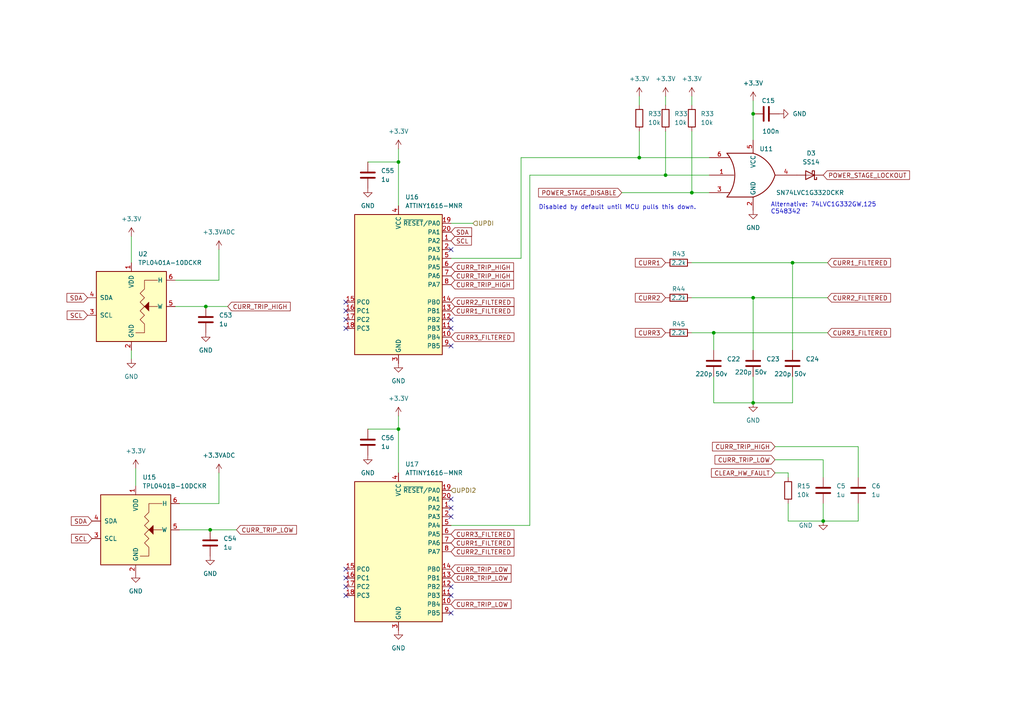
<source format=kicad_sch>
(kicad_sch (version 20230121) (generator eeschema)
  (paper "A4")
  (lib_symbols
    (symbol "Device:C" (pin_numbers hide) (pin_names (offset 0.254))
      (property "Reference" "C" (at 0.635 2.54 0))
      (property "Value" "C" (at 0.635 -2.54 0))
      (symbol "C_0_1"
        (polyline (pts (xy -2.032 -0.762) (xy 2.032 -0.762)) (stroke (width 0.508)))
        (polyline (pts (xy -2.032 0.762) (xy 2.032 0.762)) (stroke (width 0.508)))
      )
      (symbol "C_1_1"
        (pin passive line (at 0 3.81 270) (length 2.794) (name "~") (number "1"))
        (pin passive line (at 0 -3.81 90) (length 2.794) (name "~") (number "2"))
      )
    )
    (symbol "Device:D_Schottky" (pin_numbers hide) (pin_names (offset 1.016) hide)
      (property "Reference" "D" (at 0 2.54 0))
      (property "Value" "D_Schottky" (at 0 -2.54 0))
      (symbol "D_Schottky_0_1"
        (polyline (pts (xy 1.27 0) (xy -1.27 0)))
        (polyline (pts (xy 1.27 1.27) (xy 1.27 -1.27) (xy -1.27 0) (xy 1.27 1.27)) (stroke (width 0.254)))
        (polyline (pts (xy -1.905 0.635) (xy -1.905 1.27) (xy -1.27 1.27) (xy -1.27 -1.27) (xy -0.635 -1.27) (xy -0.635 -0.635)) (stroke (width 0.254)))
      )
      (symbol "D_Schottky_1_1"
        (pin passive line (at -3.81 0 0) (length 2.54) (name "K") (number "1"))
        (pin passive line (at 3.81 0 180) (length 2.54) (name "A") (number "2"))
      )
    )
    (symbol "Device:R" (pin_numbers hide) (pin_names (offset 0))
      (property "Reference" "R" (at 2.032 0 90))
      (property "Value" "R" (at 0 0 90))
      (symbol "R_0_1"
        (rectangle (start -1.016 -2.54) (end 1.016 2.54) (stroke (width 0.254)))
      )
      (symbol "R_1_1"
        (pin passive line (at 0 3.81 270) (length 1.27) (name "~") (number "1"))
        (pin passive line (at 0 -3.81 90) (length 1.27) (name "~") (number "2"))
      )
    )
    (symbol "GigaVescSymbols:74LVC1G332_1"
      (property "Reference" "U" (at -5.08 10.16 0))
      (property "Value" "74LVC1G332" (at 0 -10.16 0))
      (symbol "74LVC1G332_1_0_1"
        (arc (start -7.62 -6.35) (mid -5.321 0) (end -7.62 6.35) (stroke (width 0.254)))
        (arc (start 0 -6.35) (mid 3.9978 -3.9978) (end 6.35 0) (stroke (width 0.254)))
        (polyline (pts (xy 0 -6.35) (xy -7.62 -6.35)) (stroke (width 0.254)) (fill (type background)))
        (polyline (pts (xy 0 6.35) (xy -7.62 6.35)) (stroke (width 0.254)) (fill (type background)))
        (arc (start 6.35 0) (mid 3.9978 3.9978) (end 0 6.35) (stroke (width 0.254)))
      )
      (symbol "74LVC1G332_1_1_1"
        (pin input line (at -12.7 0 0) (length 7.11) (name "~") (number "1"))
        (pin power_in line (at 0 -10.16 90) (length 3.81) (name "GND") (number "2"))
        (pin input line (at -12.7 -5.08 0) (length 5.84) (name "~") (number "3"))
        (pin output line (at 12.7 0 180) (length 6.35) (name "~") (number "4"))
        (pin power_in line (at 0 10.16 270) (length 3.81) (name "VCC") (number "5"))
        (pin input line (at -12.7 5.08 0) (length 5.84) (name "~") (number "6"))
      )
    )
    (symbol "MCU_Microchip_ATtiny:ATtiny1616-M"
      (property "Reference" "U" (at -12.7 21.59 0))
      (property "Value" "ATtiny1616-M" (at 2.54 -21.59 0))
      (symbol "ATtiny1616-M_0_1"
        (rectangle (start -12.7 -20.32) (end 12.7 20.32) (stroke (width 0.254)) (fill (type background)))
      )
      (symbol "ATtiny1616-M_1_1"
        (pin bidirectional line (at 15.24 12.7 180) (length 2.54) (name "PA2") (number "1"))
        (pin bidirectional line (at 15.24 -15.24 180) (length 2.54) (name "PB4") (number "10"))
        (pin bidirectional line (at 15.24 -12.7 180) (length 2.54) (name "PB3") (number "11"))
        (pin bidirectional line (at 15.24 -10.16 180) (length 2.54) (name "PB2") (number "12"))
        (pin bidirectional line (at 15.24 -7.62 180) (length 2.54) (name "PB1") (number "13"))
        (pin bidirectional line (at 15.24 -5.08 180) (length 2.54) (name "PB0") (number "14"))
        (pin bidirectional line (at -15.24 -5.08 0) (length 2.54) (name "PC0") (number "15"))
        (pin bidirectional line (at -15.24 -7.62 0) (length 2.54) (name "PC1") (number "16"))
        (pin bidirectional line (at -15.24 -10.16 0) (length 2.54) (name "PC2") (number "17"))
        (pin bidirectional line (at -15.24 -12.7 0) (length 2.54) (name "PC3") (number "18"))
        (pin bidirectional line (at 15.24 17.78 180) (length 2.54) (name "~{RESET}/PA0") (number "19"))
        (pin bidirectional line (at 15.24 10.16 180) (length 2.54) (name "PA3") (number "2"))
        (pin bidirectional line (at 15.24 15.24 180) (length 2.54) (name "PA1") (number "20"))
        (pin passive line (at 0 -22.86 90) (length 2.54) hide (name "GND") (number "21"))
        (pin power_in line (at 0 -22.86 90) (length 2.54) (name "GND") (number "3"))
        (pin power_in line (at 0 22.86 270) (length 2.54) (name "VCC") (number "4"))
        (pin bidirectional line (at 15.24 7.62 180) (length 2.54) (name "PA4") (number "5"))
        (pin bidirectional line (at 15.24 5.08 180) (length 2.54) (name "PA5") (number "6"))
        (pin bidirectional line (at 15.24 2.54 180) (length 2.54) (name "PA6") (number "7"))
        (pin bidirectional line (at 15.24 0 180) (length 2.54) (name "PA7") (number "8"))
        (pin bidirectional line (at 15.24 -17.78 180) (length 2.54) (name "PB5") (number "9"))
      )
    )
    (symbol "Potentiometer_Digital:TPL0401A-10-Q1" (pin_names (offset 1.016))
      (property "Reference" "U" (at -10.16 11.43 0))
      (property "Value" "TPL0401A-10-Q1" (at 1.27 11.43 0))
      (symbol "TPL0401A-10-Q1_0_1"
        (polyline (pts (xy 7.62 0) (xy 5.08 0)))
        (polyline (pts (xy 5.08 -1.27) (xy 5.08 1.27) (xy 3.81 0) (xy 5.08 -1.27) (xy 5.08 -1.27)) (fill (type outline)))
        (polyline (pts (xy 7.62 7.62) (xy 3.81 7.62) (xy 3.81 5.08) (xy 2.54 3.81) (xy 3.81 2.54) (xy 2.54 1.27) (xy 3.81 0) (xy 2.54 -1.27) (xy 3.81 -2.54) (xy 2.54 -3.81) (xy 3.81 -5.08) (xy 3.81 -7.62) (xy 1.27 -7.62)))
      )
      (symbol "TPL0401A-10-Q1_1_1"
        (rectangle (start -10.16 10.16) (end 10.16 -10.16) (stroke (width 0.254)) (fill (type background)))
        (pin power_in line (at 0 12.7 270) (length 2.54) (name "VDD") (number "1"))
        (pin power_in line (at 0 -12.7 90) (length 2.54) (name "GND") (number "2"))
        (pin input line (at -12.7 -2.54 0) (length 2.54) (name "SCL") (number "3"))
        (pin bidirectional line (at -12.7 2.54 0) (length 2.54) (name "SDA") (number "4"))
        (pin passive line (at 12.7 0 180) (length 2.54) (name "W") (number "5"))
        (pin passive line (at 12.7 7.62 180) (length 2.54) (name "H") (number "6"))
      )
    )
    (symbol "Potentiometer_Digital:TPL0401B-10-Q1" (pin_names (offset 1.016))
      (property "Reference" "U" (at -10.16 11.43 0))
      (property "Value" "TPL0401B-10-Q1" (at 1.27 11.43 0))
      (symbol "TPL0401B-10-Q1_0_1"
        (polyline (pts (xy 7.62 0) (xy 5.08 0)))
        (polyline (pts (xy 5.08 -1.27) (xy 5.08 1.27) (xy 3.81 0) (xy 5.08 -1.27) (xy 5.08 -1.27)) (fill (type outline)))
        (polyline (pts (xy 7.62 7.62) (xy 3.81 7.62) (xy 3.81 5.08) (xy 2.54 3.81) (xy 3.81 2.54) (xy 2.54 1.27) (xy 3.81 0) (xy 2.54 -1.27) (xy 3.81 -2.54) (xy 2.54 -3.81) (xy 3.81 -5.08) (xy 3.81 -7.62) (xy 1.27 -7.62)))
      )
      (symbol "TPL0401B-10-Q1_1_1"
        (rectangle (start -10.16 10.16) (end 10.16 -10.16) (stroke (width 0.254)) (fill (type background)))
        (pin power_in line (at 0 12.7 270) (length 2.54) (name "VDD") (number "1"))
        (pin power_in line (at 0 -12.7 90) (length 2.54) (name "GND") (number "2"))
        (pin input line (at -12.7 -2.54 0) (length 2.54) (name "SCL") (number "3"))
        (pin bidirectional line (at -12.7 2.54 0) (length 2.54) (name "SDA") (number "4"))
        (pin passive line (at 12.7 0 180) (length 2.54) (name "W") (number "5"))
        (pin passive line (at 12.7 7.62 180) (length 2.54) (name "H") (number "6"))
      )
    )
    (symbol "power:+3.3V" (power) (pin_names (offset 0))
      (property "Value" "+3.3V" (at 0 3.556 0))
      (symbol "+3.3V_0_1"
        (polyline (pts (xy -0.762 1.27) (xy 0 2.54)))
        (polyline (pts (xy 0 0) (xy 0 2.54)))
        (polyline (pts (xy 0 2.54) (xy 0.762 1.27)))
      )
      (symbol "+3.3V_1_1"
        (pin power_in line (at 0 0 90) (length 0) hide (name "+3.3V") (number "1"))
      )
    )
    (symbol "power:+3.3VADC" (power) (pin_names (offset 0))
      (property "Value" "+3.3VADC" (at 0 2.54 0))
      (symbol "+3.3VADC_0_0"
        (pin power_in line (at 0 0 90) (length 0) hide (name "+3.3VADC") (number "1"))
      )
      (symbol "+3.3VADC_0_1"
        (polyline (pts (xy -0.762 1.27) (xy 0 2.54)))
        (polyline (pts (xy 0 0) (xy 0 2.54)))
        (polyline (pts (xy 0 2.54) (xy 0.762 1.27)))
      )
    )
    (symbol "power:GND" (power) (pin_names (offset 0))
      (property "Value" "GND" (at 0 -3.81 0))
      (symbol "GND_0_1"
        (polyline (pts (xy 0 0) (xy 0 -1.27) (xy 1.27 -1.27) (xy 0 -2.54) (xy -1.27 -1.27) (xy 0 -1.27)))
      )
      (symbol "GND_1_1"
        (pin power_in line (at 0 0 270) (length 0) hide (name "GND") (number "1"))
      )
    )
  )
  (junction (at 200.66 55.88))
  (junction (at 59.69 88.9))
  (junction (at 218.44 86.36))
  (junction (at 238.76 151.13))
  (junction (at 115.57 46.99))
  (junction (at 218.44 116.84))
  (junction (at 218.44 33.02))
  (junction (at 207.01 96.52))
  (junction (at 115.57 124.46))
  (junction (at 60.96 153.67))
  (junction (at 229.87 76.2))
  (junction (at 193.04 50.8))
  (junction (at 185.42 45.72))
  (no_connect (at 130.81 72.39))
  (no_connect (at 130.81 170.18))
  (no_connect (at 130.81 172.72))
  (no_connect (at 100.33 172.72))
  (no_connect (at 130.81 95.25))
  (no_connect (at 130.81 92.71))
  (no_connect (at 130.81 144.78))
  (no_connect (at 100.33 87.63))
  (no_connect (at 100.33 92.71))
  (no_connect (at 100.33 165.1))
  (no_connect (at 130.81 100.33))
  (no_connect (at 130.81 177.8))
  (no_connect (at 100.33 170.18))
  (no_connect (at 100.33 167.64))
  (no_connect (at 100.33 90.17))
  (no_connect (at 130.81 149.86))
  (no_connect (at 130.81 147.32))
  (no_connect (at 100.33 95.25))
  (wire (pts (xy 115.57 137.16) (xy 115.57 124.46)))
  (wire (pts (xy 218.44 29.21) (xy 218.44 33.02)))
  (wire (pts (xy 207.01 101.6) (xy 207.01 96.52)))
  (wire (pts (xy 228.6 151.13) (xy 238.76 151.13)))
  (wire (pts (xy 130.81 74.93) (xy 151.13 74.93)))
  (wire (pts (xy 218.44 86.36) (xy 240.03 86.36)))
  (wire (pts (xy 130.81 152.4) (xy 153.67 152.4)))
  (wire (pts (xy 185.42 38.1) (xy 185.42 45.72)))
  (wire (pts (xy 59.69 88.9) (xy 66.04 88.9)))
  (wire (pts (xy 106.68 124.46) (xy 115.57 124.46)))
  (wire (pts (xy 153.67 152.4) (xy 153.67 50.8)))
  (wire (pts (xy 207.01 109.22) (xy 207.01 116.84)))
  (wire (pts (xy 185.42 45.72) (xy 205.74 45.72)))
  (wire (pts (xy 153.67 50.8) (xy 193.04 50.8)))
  (wire (pts (xy 151.13 74.93) (xy 151.13 45.72)))
  (wire (pts (xy 200.66 76.2) (xy 229.87 76.2)))
  (wire (pts (xy 248.92 129.54) (xy 248.92 138.43)))
  (wire (pts (xy 207.01 96.52) (xy 240.03 96.52)))
  (wire (pts (xy 207.01 96.52) (xy 200.66 96.52)))
  (wire (pts (xy 115.57 46.99) (xy 115.57 59.69)))
  (wire (pts (xy 228.6 137.16) (xy 224.79 137.16)))
  (wire (pts (xy 229.87 116.84) (xy 218.44 116.84)))
  (wire (pts (xy 200.66 55.88) (xy 205.74 55.88)))
  (wire (pts (xy 200.66 86.36) (xy 218.44 86.36)))
  (wire (pts (xy 38.1 68.58) (xy 38.1 76.2)))
  (wire (pts (xy 151.13 45.72) (xy 185.42 45.72)))
  (wire (pts (xy 218.44 109.22) (xy 218.44 116.84)))
  (wire (pts (xy 115.57 43.18) (xy 115.57 46.99)))
  (wire (pts (xy 238.76 133.35) (xy 238.76 138.43)))
  (wire (pts (xy 229.87 76.2) (xy 229.87 101.6)))
  (wire (pts (xy 185.42 27.94) (xy 185.42 30.48)))
  (wire (pts (xy 248.92 146.05) (xy 248.92 151.13)))
  (wire (pts (xy 193.04 38.1) (xy 193.04 50.8)))
  (wire (pts (xy 115.57 120.65) (xy 115.57 124.46)))
  (wire (pts (xy 63.5 81.28) (xy 50.8 81.28)))
  (wire (pts (xy 52.07 153.67) (xy 60.96 153.67)))
  (wire (pts (xy 228.6 146.05) (xy 228.6 151.13)))
  (wire (pts (xy 224.79 133.35) (xy 238.76 133.35)))
  (wire (pts (xy 218.44 86.36) (xy 218.44 101.6)))
  (wire (pts (xy 238.76 146.05) (xy 238.76 151.13)))
  (wire (pts (xy 63.5 72.39) (xy 63.5 81.28)))
  (wire (pts (xy 106.68 46.99) (xy 115.57 46.99)))
  (wire (pts (xy 228.6 138.43) (xy 228.6 137.16)))
  (wire (pts (xy 193.04 27.94) (xy 193.04 30.48)))
  (wire (pts (xy 200.66 27.94) (xy 200.66 30.48)))
  (wire (pts (xy 218.44 33.02) (xy 218.44 40.64)))
  (wire (pts (xy 200.66 38.1) (xy 200.66 55.88)))
  (wire (pts (xy 248.92 151.13) (xy 238.76 151.13)))
  (wire (pts (xy 207.01 116.84) (xy 218.44 116.84)))
  (wire (pts (xy 130.81 64.77) (xy 137.16 64.77)))
  (wire (pts (xy 50.8 88.9) (xy 59.69 88.9)))
  (wire (pts (xy 38.1 101.6) (xy 38.1 104.14)))
  (wire (pts (xy 63.5 146.05) (xy 52.07 146.05)))
  (wire (pts (xy 39.37 135.89) (xy 39.37 140.97)))
  (wire (pts (xy 193.04 50.8) (xy 205.74 50.8)))
  (wire (pts (xy 60.96 153.67) (xy 68.58 153.67)))
  (wire (pts (xy 224.79 129.54) (xy 248.92 129.54)))
  (wire (pts (xy 180.34 55.88) (xy 200.66 55.88)))
  (wire (pts (xy 229.87 109.22) (xy 229.87 116.84)))
  (wire (pts (xy 63.5 137.16) (xy 63.5 146.05)))
  (wire (pts (xy 229.87 76.2) (xy 240.03 76.2)))
  (text "Alternative: 74LVC1G332GW,125\nC548342" (at 223.52 62.23 0) (effects (font (size 1.27 1.27)) (justify left bottom)))
  (text "Disabled by default until MCU pulls this down." (at 156.21 60.96 0) (effects (font (size 1.27 1.27)) (justify left bottom)))
  (global_label "POWER_STAGE_LOCKOUT" (shape input) (at 238.76 50.8 0) (property "Intersheetrefs" "${INTERSHEET_REFS}" (effects hide)))
  (global_label "CURR1_FILTERED" (shape input) (at 240.03 76.2 0) (property "Intersheetrefs" "${INTERSHEET_REFS}" (effects hide)))
  (global_label "CURR_TRIP_HIGH" (shape input) (at 130.81 82.55 0) (property "Intersheetrefs" "${INTERSHEET_REFS}" (effects hide)))
  (global_label "CURR2" (shape input) (at 193.04 86.36 180) (property "Intersheetrefs" "${INTERSHEET_REFS}" (effects hide)))
  (global_label "CURR2_FILTERED" (shape input) (at 130.81 160.02 0) (property "Intersheetrefs" "${INTERSHEET_REFS}" (effects hide)))
  (global_label "CURR_TRIP_HIGH" (shape input) (at 66.04 88.9 0) (property "Intersheetrefs" "${INTERSHEET_REFS}" (effects hide)))
  (global_label "SDA" (shape input) (at 130.81 67.31 0) (property "Intersheetrefs" "${INTERSHEET_REFS}" (effects hide)))
  (global_label "CURR_TRIP_LOW" (shape input) (at 68.58 153.67 0) (property "Intersheetrefs" "${INTERSHEET_REFS}" (effects hide)))
  (global_label "CLEAR_HW_FAULT" (shape input) (at 224.79 137.16 180) (property "Intersheetrefs" "${INTERSHEET_REFS}" (effects hide)))
  (global_label "SCL" (shape input) (at 26.67 156.21 180) (property "Intersheetrefs" "${INTERSHEET_REFS}" (effects hide)))
  (global_label "CURR_TRIP_LOW" (shape input) (at 130.81 165.1 0) (property "Intersheetrefs" "${INTERSHEET_REFS}" (effects hide)))
  (global_label "SCL" (shape input) (at 130.81 69.85 0) (property "Intersheetrefs" "${INTERSHEET_REFS}" (effects hide)))
  (global_label "CURR2_FILTERED" (shape input) (at 130.81 87.63 0) (property "Intersheetrefs" "${INTERSHEET_REFS}" (effects hide)))
  (global_label "CURR_TRIP_LOW" (shape input) (at 224.79 133.35 180) (property "Intersheetrefs" "${INTERSHEET_REFS}" (effects hide)))
  (global_label "CURR_TRIP_LOW" (shape input) (at 130.81 167.64 0) (property "Intersheetrefs" "${INTERSHEET_REFS}" (effects hide)))
  (global_label "SDA" (shape input) (at 26.67 151.13 180) (property "Intersheetrefs" "${INTERSHEET_REFS}" (effects hide)))
  (global_label "SCL" (shape input) (at 25.4 91.44 180) (property "Intersheetrefs" "${INTERSHEET_REFS}" (effects hide)))
  (global_label "POWER_STAGE_DISABLE" (shape input) (at 180.34 55.88 180) (property "Intersheetrefs" "${INTERSHEET_REFS}" (effects hide)))
  (global_label "CURR1_FILTERED" (shape input) (at 130.81 90.17 0) (property "Intersheetrefs" "${INTERSHEET_REFS}" (effects hide)))
  (global_label "CURR2_FILTERED" (shape input) (at 240.03 86.36 0) (property "Intersheetrefs" "${INTERSHEET_REFS}" (effects hide)))
  (global_label "CURR1_FILTERED" (shape input) (at 130.81 157.48 0) (property "Intersheetrefs" "${INTERSHEET_REFS}" (effects hide)))
  (global_label "CURR1" (shape input) (at 193.04 76.2 180) (property "Intersheetrefs" "${INTERSHEET_REFS}" (effects hide)))
  (global_label "CURR3_FILTERED" (shape input) (at 130.81 97.79 0) (property "Intersheetrefs" "${INTERSHEET_REFS}" (effects hide)))
  (global_label "CURR3_FILTERED" (shape input) (at 240.03 96.52 0) (property "Intersheetrefs" "${INTERSHEET_REFS}" (effects hide)))
  (global_label "CURR_TRIP_HIGH" (shape input) (at 224.79 129.54 180) (property "Intersheetrefs" "${INTERSHEET_REFS}" (effects hide)))
  (global_label "CURR3" (shape input) (at 193.04 96.52 180) (property "Intersheetrefs" "${INTERSHEET_REFS}" (effects hide)))
  (global_label "CURR_TRIP_HIGH" (shape input) (at 130.81 80.01 0) (property "Intersheetrefs" "${INTERSHEET_REFS}" (effects hide)))
  (global_label "CURR3_FILTERED" (shape input) (at 130.81 154.94 0) (property "Intersheetrefs" "${INTERSHEET_REFS}" (effects hide)))
  (global_label "CURR_TRIP_LOW" (shape input) (at 130.81 175.26 0) (property "Intersheetrefs" "${INTERSHEET_REFS}" (effects hide)))
  (global_label "SDA" (shape input) (at 25.4 86.36 180) (property "Intersheetrefs" "${INTERSHEET_REFS}" (effects hide)))
  (global_label "CURR_TRIP_HIGH" (shape input) (at 130.81 77.47 0) (property "Intersheetrefs" "${INTERSHEET_REFS}" (effects hide)))
  (hierarchical_label "UPDI" (shape input) (at 137.16 64.77 0))
  (hierarchical_label "UPDI2" (shape input) (at 130.81 142.24 0))
  (symbol (lib_id "power:GND") (at 60.96 161.29 0) (unit 1)
    (property "Reference" "#PWR0126" (effects hide))
    (property "Value" "GND" (at 60.96 166.37 0))
    (instances (project "GigaESC" (path "" (reference "#PWR0126") (unit 1))) (project "HardwareProtection" (path "" (reference "#PWR09") (unit 1))))
  )
  (symbol (lib_id "Device:R") (at 185.42 34.29 0) (unit 1)
    (property "Reference" "R33" (at 187.96 33.02 0) (effects (justify left)))
    (property "Value" "10k" (at 187.96 35.56 0) (effects (justify left)))
    (property "Footprint" "Resistor_SMD:R_0805_2012Metric" (effects hide))
    (instances (project "GigaVescDrivers" (path "" (reference "R33") (unit 1))) (project "GigaESC" (path "" (reference "R43") (unit 1)) (path "" (reference "R44") (unit 1)) (path "" (reference "R45") (unit 1)) (path "" (reference "R26") (unit 1))))
  )
  (symbol (lib_id "Device:C") (at 218.44 105.41 0) (unit 1)
    (property "Reference" "C23" (at 222.25 104.14 0) (effects (justify left)))
    (property "Value" "220p 50v" (at 213.106 107.95 0) (effects (justify left)))
    (property "Footprint" "Capacitor_SMD:C_0805_2012Metric" (effects hide))
    (instances (project "GigaVescDrivers" (path "" (reference "C23") (unit 1))) (project "GigaESC" (path "" (reference "C50") (unit 1))))
  )
  (symbol (lib_id "Device:D_Schottky") (at 234.95 50.8 180) (unit 1)
    (property "Reference" "D3" (at 235.2675 44.45 0))
    (property "Value" "SS14" (at 235.2675 46.99 0))
    (property "Footprint" "Diode_SMD:D_SMA" (effects hide))
    (property "MPN" "C2480" (effects hide))
  )
  (symbol (lib_id "Device:C") (at 248.92 142.24 0) (unit 1)
    (property "Reference" "C6" (at 252.73 140.97 0) (effects (justify left)))
    (property "Value" "1u" (at 252.73 143.51 0) (effects (justify left)))
    (property "Footprint" "Capacitor_SMD:C_0805_2012Metric" (effects hide))
    (instances (project "GigaVescDrivers" (path "" (reference "C6") (unit 1))) (project "GigaESC" (path "" (reference "C48") (unit 1)) (path "" (reference "C48") (unit 1))))
  )
  (symbol (lib_id "power:GND") (at 218.44 116.84 0) (unit 1)
    (property "Reference" "#PWR058" (effects hide))
    (property "Value" "GND" (at 218.44 121.92 0))
    (instances (project "GigaVescDrivers" (path "" (reference "#PWR058") (unit 1))) (project "GigaESC" (path "" (reference "#PWR0121") (unit 1))))
  )
  (symbol (lib_id "GigaVescSymbols:74LVC1G332_1") (at 218.44 50.8 0) (unit 1)
    (property "Reference" "U11" (at 222.25 43.18 0))
    (property "Value" "SN74LVC1G332DCKR" (at 234.95 55.88 0))
    (property "Footprint" "Package_TO_SOT_SMD:SOT-363_SC-70-6" (effects hide))
    (property "Datasheet" "http://www.ti.com/lit/sg/scyt129e/scyt129e.pdf" (effects hide))
    (property "MPN" "C2865081" (effects hide))
  )
  (symbol (lib_id "Device:C") (at 106.68 128.27 0) (unit 1)
    (property "Reference" "C56" (at 110.49 127 0) (effects (justify left)))
    (property "Value" "1u" (at 110.49 129.54 0) (effects (justify left)))
    (property "Footprint" "Capacitor_SMD:C_0402_1005Metric" (effects hide))
    (property "MPN" "C52923" (effects hide))
    (instances (project "GigaESC" (path "" (reference "C56") (unit 1))) (project "HardwareProtection" (path "" (reference "C2") (unit 1))))
  )
  (symbol (lib_id "power:GND") (at 38.1 104.14 0) (unit 1)
    (property "Reference" "#PWR088" (effects hide))
    (property "Value" "GND" (at 38.1 109.22 0))
    (instances (project "GigaESC" (path "" (reference "#PWR088") (unit 1))) (project "HardwareProtection" (path "" (reference "#PWR07") (unit 1))))
  )
  (symbol (lib_id "Device:R") (at 196.85 86.36 90) (unit 1)
    (property "Reference" "R44" (at 196.85 83.82 90))
    (property "Value" "2.2k" (at 196.85 86.36 90))
    (property "Footprint" "Resistor_SMD:R_0805_2012Metric" (effects hide))
    (instances (project "GigaVescDrivers" (path "" (reference "R44") (unit 1))) (project "GigaESC" (path "" (reference "R38") (unit 1))))
  )
  (symbol (lib_id "MCU_Microchip_ATtiny:ATtiny1616-M") (at 115.57 82.55 0) (unit 1)
    (property "Reference" "U16" (at 117.5259 57.15 0) (effects (justify left)))
    (property "Value" "ATTINY1616-MNR" (at 117.5259 59.69 0) (effects (justify left)))
    (property "Footprint" "Package_DFN_QFN:VQFN-20-1EP_3x3mm_P0.4mm_EP1.7x1.7mm" (effects hide))
    (property "Datasheet" "http://ww1.microchip.com/downloads/en/DeviceDoc/ATtiny3216_ATtiny1616-data-sheet-40001997B.pdf" (effects hide))
    (property "MPN" "C507118" (effects hide))
    (property "JLCRotOffset" "-90" (effects hide))
    (instances (project "GigaESC" (path "" (reference "U16") (unit 1))) (project "HardwareProtection" (path "" (reference "U1") (unit 1))))
  )
  (symbol (lib_id "power:+3.3VADC") (at 63.5 72.39 0) (unit 1)
    (property "Reference" "#PWR0127" (effects hide))
    (property "Value" "+3.3VADC" (at 63.5 67.31 0))
    (instances (project "GigaESC" (path "" (reference "#PWR0127") (unit 1))) (project "HardwareProtection" (path "" (reference "#PWR014") (unit 1))))
  )
  (symbol (lib_id "power:GND") (at 226.06 33.02 90) (unit 1)
    (property "Reference" "#PWR043" (effects hide))
    (property "Value" "GND" (at 229.87 33.02 90) (effects (justify right)))
    (instances (project "GigaVescDrivers" (path "" (reference "#PWR043") (unit 1))) (project "GigaESC" (path "" (reference "#PWR093") (unit 1)) (path "" (reference "#PWR0101") (unit 1)) (path "" (reference "#PWR0109") (unit 1)) (path "" (reference "#PWR095") (unit 1))))
  )
  (symbol (lib_id "power:GND") (at 39.37 166.37 0) (unit 1)
    (property "Reference" "#PWR0124" (effects hide))
    (property "Value" "GND" (at 39.37 171.45 0))
    (instances (project "GigaESC" (path "" (reference "#PWR0124") (unit 1))) (project "HardwareProtection" (path "" (reference "#PWR010") (unit 1))))
  )
  (symbol (lib_id "Device:C") (at 207.01 105.41 0) (unit 1)
    (property "Reference" "C22" (at 210.82 104.14 0) (effects (justify left)))
    (property "Value" "220p 50v" (at 201.676 108.458 0) (effects (justify left)))
    (property "Footprint" "Capacitor_SMD:C_0805_2012Metric" (effects hide))
    (property "MPN" "C107145" (effects hide))
    (instances (project "GigaVescDrivers" (path "" (reference "C22") (unit 1))) (project "GigaESC" (path "" (reference "C49") (unit 1))))
  )
  (symbol (lib_id "Device:C") (at 222.25 33.02 90) (unit 1)
    (property "Reference" "C15" (at 224.79 29.21 90) (effects (justify left)))
    (property "Value" "100n" (at 226.06 38.1 90) (effects (justify left)))
    (property "Footprint" "Capacitor_SMD:C_0805_2012Metric" (effects hide))
    (instances (project "GigaVescDrivers" (path "" (reference "C15") (unit 1))) (project "GigaESC" (path "" (reference "C44") (unit 1)) (path "" (reference "C45") (unit 1)) (path "" (reference "C46") (unit 1)) (path "" (reference "C44") (unit 1))))
  )
  (symbol (lib_id "power:GND") (at 106.68 132.08 0) (unit 1)
    (property "Reference" "#PWR0130" (effects hide))
    (property "Value" "GND" (at 106.68 137.16 0))
    (instances (project "GigaESC" (path "" (reference "#PWR0130") (unit 1))) (project "HardwareProtection" (path "" (reference "#PWR02") (unit 1))))
  )
  (symbol (lib_id "power:+3.3V") (at 193.04 27.94 0) (unit 1)
    (property "Reference" "#PWR040" (effects hide))
    (property "Value" "+3.3V" (at 193.04 22.86 0))
    (instances (project "GigaVescDrivers" (path "" (reference "#PWR040") (unit 1))) (project "GigaESC" (path "" (reference "#PWR073") (unit 1)) (path "" (reference "#PWR080") (unit 1)) (path "" (reference "#PWR096") (unit 1)) (path "" (reference "#PWR080") (unit 1))))
  )
  (symbol (lib_id "power:+3.3V") (at 115.57 120.65 0) (unit 1)
    (property "Reference" "#PWR0133" (effects hide))
    (property "Value" "+3.3V" (at 115.57 115.57 0))
    (instances (project "GigaESC" (path "" (reference "#PWR0133") (unit 1))) (project "HardwareProtection" (path "" (reference "#PWR06") (unit 1))))
  )
  (symbol (lib_id "Device:C") (at 59.69 92.71 0) (unit 1)
    (property "Reference" "C53" (at 63.5 91.44 0) (effects (justify left)))
    (property "Value" "1u" (at 63.5 93.98 0) (effects (justify left)))
    (property "Footprint" "Capacitor_SMD:C_0402_1005Metric" (effects hide))
    (property "MPN" "C52923" (effects hide))
    (instances (project "GigaESC" (path "" (reference "C53") (unit 1))) (project "HardwareProtection" (path "" (reference "C4") (unit 1))))
  )
  (symbol (lib_id "power:+3.3V") (at 185.42 27.94 0) (unit 1)
    (property "Reference" "#PWR040" (effects hide))
    (property "Value" "+3.3V" (at 185.42 22.86 0))
    (instances (project "GigaVescDrivers" (path "" (reference "#PWR040") (unit 1))) (project "GigaESC" (path "" (reference "#PWR0104") (unit 1)) (path "" (reference "#PWR0112") (unit 1)) (path "" (reference "#PWR0113") (unit 1)) (path "" (reference "#PWR073") (unit 1))))
  )
  (symbol (lib_id "power:+3.3V") (at 39.37 135.89 0) (unit 1)
    (property "Reference" "#PWR0123" (effects hide))
    (property "Value" "+3.3V" (at 39.37 130.81 0))
    (instances (project "GigaESC" (path "" (reference "#PWR0123") (unit 1))) (project "HardwareProtection" (path "" (reference "#PWR011") (unit 1))))
  )
  (symbol (lib_id "Device:R") (at 196.85 76.2 90) (unit 1)
    (property "Reference" "R43" (at 196.85 73.66 90))
    (property "Value" "2.2k" (at 196.85 76.2 90))
    (property "Footprint" "Resistor_SMD:R_0805_2012Metric" (effects hide))
    (instances (project "GigaVescDrivers" (path "" (reference "R43") (unit 1))) (project "GigaESC" (path "" (reference "R37") (unit 1))))
  )
  (symbol (lib_id "Potentiometer_Digital:TPL0401A-10-Q1") (at 38.1 88.9 0) (unit 1)
    (property "Reference" "U2" (at 40.0559 73.66 0) (effects (justify left)))
    (property "Value" "TPL0401A-10DCKR" (at 40.0559 76.2 0) (effects (justify left)))
    (property "Footprint" "Package_TO_SOT_SMD:Texas_R-PDSO-G6" (effects hide))
    (property "Datasheet" "http://www.ti.com/lit/ds/symlink/tpl0401a-10-q1.pdf" (effects hide))
    (property "MPN" "C485973" (effects hide))
    (property "JLCRotOffset" "-90" (effects hide))
    (instances (project "GigaESC" (path "" (reference "U2") (unit 1))) (project "HardwareProtection" (path "" (reference "U3") (unit 1))))
  )
  (symbol (lib_id "power:+3.3V") (at 218.44 29.21 0) (unit 1)
    (property "Reference" "#PWR041" (effects hide))
    (property "Value" "+3.3V" (at 218.44 24.13 0))
    (instances (project "GigaVescDrivers" (path "" (reference "#PWR041") (unit 1))) (project "GigaESC" (path "" (reference "#PWR095") (unit 1)) (path "" (reference "#PWR0103") (unit 1)) (path "" (reference "#PWR0111") (unit 1)) (path "" (reference "#PWR093") (unit 1))))
  )
  (symbol (lib_id "power:+3.3VADC") (at 63.5 137.16 0) (unit 1)
    (property "Reference" "#PWR0128" (effects hide))
    (property "Value" "+3.3VADC" (at 63.5 132.08 0))
    (instances (project "GigaESC" (path "" (reference "#PWR0128") (unit 1))) (project "HardwareProtection" (path "" (reference "#PWR013") (unit 1))))
  )
  (symbol (lib_id "Device:C") (at 238.76 142.24 0) (unit 1)
    (property "Reference" "C5" (at 242.57 140.97 0) (effects (justify left)))
    (property "Value" "1u" (at 242.57 143.51 0) (effects (justify left)))
    (property "Footprint" "Capacitor_SMD:C_0805_2012Metric" (effects hide))
    (instances (project "GigaVescDrivers" (path "" (reference "C5") (unit 1))) (project "GigaESC" (path "" (reference "C47") (unit 1)) (path "" (reference "C47") (unit 1))))
  )
  (symbol (lib_id "power:GND") (at 238.76 151.13 0) (unit 1)
    (property "Reference" "#PWR023" (effects hide))
    (property "Value" "GND" (at 233.68 152.4 0))
    (instances (project "GigaVescDrivers" (path "" (reference "#PWR023") (unit 1))) (project "GigaESC" (path "" (reference "#PWR0114") (unit 1)) (path "" (reference "#PWR0114") (unit 1))))
  )
  (symbol (lib_id "power:+3.3V") (at 200.66 27.94 0) (unit 1)
    (property "Reference" "#PWR040" (effects hide))
    (property "Value" "+3.3V" (at 200.66 22.86 0))
    (instances (project "GigaVescDrivers" (path "" (reference "#PWR040") (unit 1))) (project "GigaESC" (path "" (reference "#PWR092") (unit 1)) (path "" (reference "#PWR0100") (unit 1)) (path "" (reference "#PWR0108") (unit 1)) (path "" (reference "#PWR092") (unit 1))))
  )
  (symbol (lib_id "Device:R") (at 196.85 96.52 90) (unit 1)
    (property "Reference" "R45" (at 196.85 93.98 90))
    (property "Value" "2.2k" (at 196.85 96.52 90))
    (property "Footprint" "Resistor_SMD:R_0805_2012Metric" (effects hide))
    (instances (project "GigaVescDrivers" (path "" (reference "R45") (unit 1))) (project "GigaESC" (path "" (reference "R39") (unit 1))))
  )
  (symbol (lib_id "MCU_Microchip_ATtiny:ATtiny1616-M") (at 115.57 160.02 0) (unit 1)
    (property "Reference" "U17" (at 117.5259 134.62 0) (effects (justify left)))
    (property "Value" "ATTINY1616-MNR" (at 117.5259 137.16 0) (effects (justify left)))
    (property "Footprint" "Package_DFN_QFN:VQFN-20-1EP_3x3mm_P0.4mm_EP1.7x1.7mm" (effects hide))
    (property "Datasheet" "http://ww1.microchip.com/downloads/en/DeviceDoc/ATtiny3216_ATtiny1616-data-sheet-40001997B.pdf" (effects hide))
    (property "MPN" "C507118" (effects hide))
    (property "JLCRotOffset" "-90" (effects hide))
    (instances (project "GigaESC" (path "" (reference "U17") (unit 1))) (project "HardwareProtection" (path "" (reference "U2") (unit 1))))
  )
  (symbol (lib_id "power:GND") (at 115.57 182.88 0) (unit 1)
    (property "Reference" "#PWR0134" (effects hide))
    (property "Value" "GND" (at 115.57 187.96 0))
    (instances (project "GigaESC" (path "" (reference "#PWR0134") (unit 1))) (project "HardwareProtection" (path "" (reference "#PWR05") (unit 1))))
  )
  (symbol (lib_id "Device:C") (at 60.96 157.48 0) (unit 1)
    (property "Reference" "C54" (at 64.77 156.21 0) (effects (justify left)))
    (property "Value" "1u" (at 64.77 158.75 0) (effects (justify left)))
    (property "Footprint" "Capacitor_SMD:C_0402_1005Metric" (effects hide))
    (property "MPN" "C52923" (effects hide))
    (instances (project "GigaESC" (path "" (reference "C54") (unit 1))) (project "HardwareProtection" (path "" (reference "C3") (unit 1))))
  )
  (symbol (lib_id "Device:C") (at 229.87 105.41 0) (unit 1)
    (property "Reference" "C24" (at 233.68 104.14 0) (effects (justify left)))
    (property "Value" "220p 50v" (at 224.536 108.458 0) (effects (justify left)))
    (property "Footprint" "Capacitor_SMD:C_0805_2012Metric" (effects hide))
    (instances (project "GigaVescDrivers" (path "" (reference "C24") (unit 1))) (project "GigaESC" (path "" (reference "C51") (unit 1))))
  )
  (symbol (lib_id "power:GND") (at 106.68 54.61 0) (unit 1)
    (property "Reference" "#PWR0129" (effects hide))
    (property "Value" "GND" (at 106.68 59.69 0))
    (instances (project "GigaESC" (path "" (reference "#PWR0129") (unit 1))) (project "HardwareProtection" (path "" (reference "#PWR01") (unit 1))))
  )
  (symbol (lib_id "Potentiometer_Digital:TPL0401B-10-Q1") (at 39.37 153.67 0) (unit 1)
    (property "Reference" "U15" (at 41.3259 138.43 0) (effects (justify left)))
    (property "Value" "TPL0401B-10DCKR" (at 41.3259 140.97 0) (effects (justify left)))
    (property "Footprint" "Package_TO_SOT_SMD:Texas_R-PDSO-G6" (effects hide))
    (property "Datasheet" "http://www.ti.com/lit/ds/symlink/tpl0401a-10-q1.pdf" (effects hide))
    (property "MPN" "C2666599" (effects hide))
    (property "JLCRotOffset" "-180" (effects hide))
    (instances (project "GigaESC" (path "" (reference "U15") (unit 1))) (project "HardwareProtection" (path "" (reference "U4") (unit 1))))
  )
  (symbol (lib_id "Device:C") (at 106.68 50.8 0) (unit 1)
    (property "Reference" "C55" (at 110.49 49.53 0) (effects (justify left)))
    (property "Value" "1u" (at 110.49 52.07 0) (effects (justify left)))
    (property "Footprint" "Capacitor_SMD:C_0402_1005Metric" (effects hide))
    (property "MPN" "C52923" (effects hide))
    (instances (project "GigaESC" (path "" (reference "C55") (unit 1))) (project "HardwareProtection" (path "" (reference "C1") (unit 1))))
  )
  (symbol (lib_id "power:GND") (at 115.57 105.41 0) (unit 1)
    (property "Reference" "#PWR0132" (effects hide))
    (property "Value" "GND" (at 115.57 110.49 0))
    (instances (project "GigaESC" (path "" (reference "#PWR0132") (unit 1))) (project "HardwareProtection" (path "" (reference "#PWR04") (unit 1))))
  )
  (symbol (lib_id "Device:R") (at 228.6 142.24 0) (unit 1)
    (property "Reference" "R15" (at 231.14 140.97 0) (effects (justify left)))
    (property "Value" "10k" (at 231.14 143.51 0) (effects (justify left)))
    (property "Footprint" "Resistor_SMD:R_0805_2012Metric" (effects hide))
    (property "MPN" "C17414" (effects hide))
    (instances (project "GigaVescDrivers" (path "" (reference "R15") (unit 1))) (project "GigaESC" (path "" (reference "R36") (unit 1)) (path "" (reference "R36") (unit 1))))
  )
  (symbol (lib_id "power:+3.3V") (at 38.1 68.58 0) (unit 1)
    (property "Reference" "#PWR085" (effects hide))
    (property "Value" "+3.3V" (at 38.1 63.5 0))
    (instances (project "GigaESC" (path "" (reference "#PWR085") (unit 1))) (project "HardwareProtection" (path "" (reference "#PWR012") (unit 1))))
  )
  (symbol (lib_id "power:GND") (at 59.69 96.52 0) (unit 1)
    (property "Reference" "#PWR0125" (effects hide))
    (property "Value" "GND" (at 59.69 101.6 0))
    (instances (project "GigaESC" (path "" (reference "#PWR0125") (unit 1))) (project "HardwareProtection" (path "" (reference "#PWR08") (unit 1))))
  )
  (symbol (lib_id "power:+3.3V") (at 115.57 43.18 0) (unit 1)
    (property "Reference" "#PWR0131" (effects hide))
    (property "Value" "+3.3V" (at 115.57 38.1 0))
    (instances (project "GigaESC" (path "" (reference "#PWR0131") (unit 1))) (project "HardwareProtection" (path "" (reference "#PWR03") (unit 1))))
  )
  (symbol (lib_id "Device:R") (at 193.04 34.29 0) (unit 1)
    (property "Reference" "R33" (at 195.58 33.02 0) (effects (justify left)))
    (property "Value" "10k" (at 195.58 35.56 0) (effects (justify left)))
    (property "Footprint" "Resistor_SMD:R_0805_2012Metric" (effects hide))
    (instances (project "GigaVescDrivers" (path "" (reference "R33") (unit 1))) (project "GigaESC" (path "" (reference "R40") (unit 1)) (path "" (reference "R41") (unit 1)) (path "" (reference "R42") (unit 1)) (path "" (reference "R31") (unit 1))))
  )
  (symbol (lib_id "power:GND") (at 218.44 60.96 0) (unit 1)
    (property "Reference" "#PWR042" (effects hide))
    (property "Value" "GND" (at 218.44 66.04 0))
    (instances (project "GigaVescDrivers" (path "" (reference "#PWR042") (unit 1))) (project "GigaESC" (path "" (reference "#PWR094") (unit 1)) (path "" (reference "#PWR0102") (unit 1)) (path "" (reference "#PWR0110") (unit 1)) (path "" (reference "#PWR094") (unit 1))))
  )
  (symbol (lib_id "Device:R") (at 200.66 34.29 0) (unit 1)
    (property "Reference" "R33" (at 203.2 33.02 0) (effects (justify left)))
    (property "Value" "10k" (at 203.2 35.56 0) (effects (justify left)))
    (property "Footprint" "Resistor_SMD:R_0805_2012Metric" (effects hide))
    (instances (project "GigaVescDrivers" (path "" (reference "R33") (unit 1))) (project "GigaESC" (path "" (reference "R26") (unit 1)) (path "" (reference "R33") (unit 1)) (path "" (reference "R35") (unit 1)) (path "" (reference "R32") (unit 1))))
  )
)
</source>
